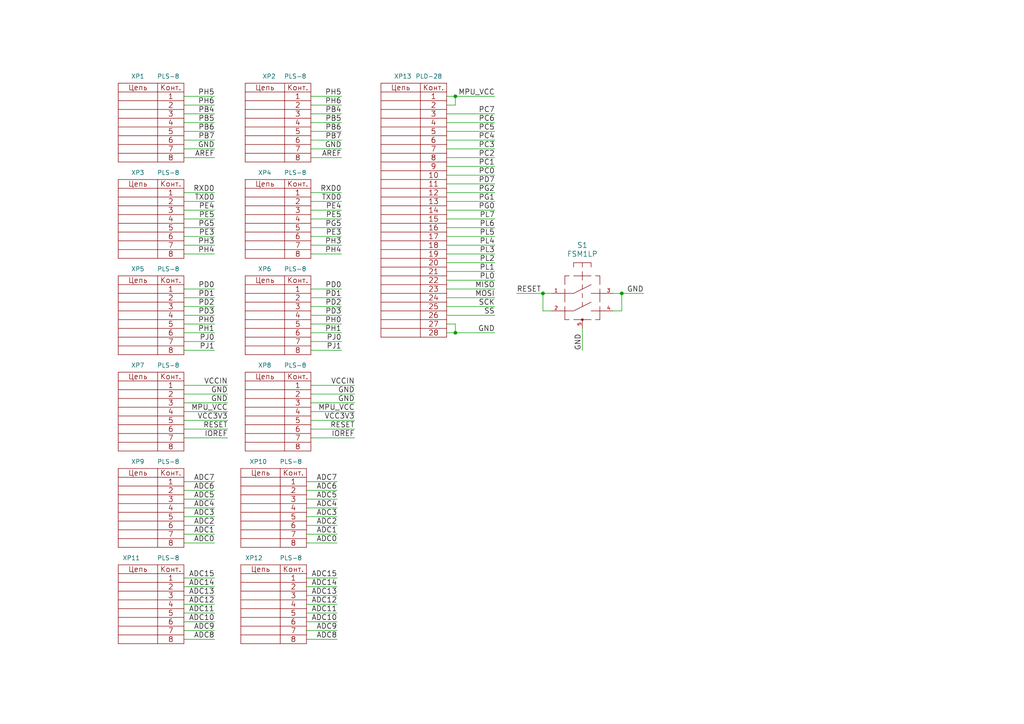
<source format=kicad_sch>
(kicad_sch (version 20211123) (generator eeschema)
  (paper "A4")
  (title_block (date "11 mar 2015"))
  (lib_symbols
    (symbol "LFbutton:button_smd_1" (pin_names (offset 1.016))
      (property "Reference" "S" (at 8.89 13.97 0))
      (property "Value" "button_smd_1" (at 8.89 11.43 0))
      (symbol "button_smd_1_0_1"
        (polyline (pts (xy 2.54 0) (xy 6.35 0)))
        (polyline (pts (xy 3.81 -7.62) (xy 5.08 -7.62)))
        (polyline (pts (xy 3.81 -3.81) (xy 3.81 -7.62)))
        (polyline (pts (xy 3.81 1.27) (xy 3.81 -2.54)))
        (polyline (pts (xy 3.81 2.54) (xy 3.81 5.08)))
        (polyline (pts (xy 3.81 5.08) (xy 5.08 5.08)))
        (polyline (pts (xy 6.35 -7.62) (xy 11.43 -7.62)))
        (polyline (pts (xy 6.35 0) (xy 11.43 2.54)))
        (polyline (pts (xy 6.35 5.08) (xy 11.43 5.08)))
        (polyline (pts (xy 6.35 8.89) (xy 6.35 7.62)))
        (polyline (pts (xy 8.89 -3.81) (xy 8.89 -2.54)))
        (polyline (pts (xy 8.89 -1.27) (xy 8.89 0)))
        (polyline (pts (xy 8.89 1.27) (xy 8.89 2.54)))
        (polyline (pts (xy 8.89 6.35) (xy 8.89 3.81)))
        (polyline (pts (xy 8.89 7.62) (xy 8.89 8.89)))
        (polyline (pts (xy 11.43 -5.08) (xy 15.24 -5.08)))
        (polyline (pts (xy 11.43 0) (xy 15.24 0)))
        (polyline (pts (xy 12.7 -7.62) (xy 13.97 -7.62)))
        (polyline (pts (xy 12.7 5.08) (xy 13.97 5.08)))
        (polyline (pts (xy 13.97 -3.81) (xy 13.97 -7.62)))
        (polyline (pts (xy 13.97 1.27) (xy 13.97 -2.54)))
        (polyline (pts (xy 13.97 2.54) (xy 13.97 5.08)))
        (polyline (pts (xy 2.54 -5.08) (xy 6.35 -5.08) (xy 11.43 -2.54)))
        (polyline (pts (xy 6.35 8.89) (xy 11.43 8.89) (xy 11.43 7.62)))
        (circle (center 8.89 -7.62) (radius 0.2794) (fill (type outline)))
      )
      (symbol "button_smd_1_1_1"
        (pin passive line (at 0 0 0) (length 2.54) (name "~") (number "1"))
        (pin passive line (at 0 -5.08 0) (length 2.54) (name "~") (number "2"))
        (pin passive line (at 17.78 0 180) (length 2.54) (name "~") (number "3"))
        (pin passive line (at 17.78 -5.08 180) (length 2.54) (name "~") (number "4"))
        (pin passive line (at 8.89 -10.16 90) (length 2.54) (name "~") (number "5"))
      )
    )
    (symbol "LFconnectors:connector_28pin_gost" (pin_numbers hide) (pin_names (offset 1.016) hide)
      (property "Reference" "X" (at 6.985 7.62 0))
      (property "Value" "connector_28pin_gost" (at -1.27 5.08 0))
      (symbol "connector_28pin_gost_0_0"
        (polyline (pts (xy 0 -69.85) (xy 19.05 -69.85)))
        (polyline (pts (xy 0 -64.77) (xy 19.05 -64.77)))
        (polyline (pts (xy 0 -62.23) (xy 19.05 -62.23)))
        (polyline (pts (xy 0 -59.69) (xy 19.05 -59.69)))
        (polyline (pts (xy 0 -57.15) (xy 19.05 -57.15)))
        (polyline (pts (xy 0 -52.07) (xy 19.05 -52.07)))
        (polyline (pts (xy 0 -49.53) (xy 19.05 -49.53)))
        (polyline (pts (xy 0 -48.26) (xy 0 -48.26)))
        (polyline (pts (xy 0 -46.99) (xy 19.05 -46.99)))
        (polyline (pts (xy 0 -44.45) (xy 19.05 -44.45)))
        (polyline (pts (xy 0 -41.91) (xy 19.05 -41.91)))
        (polyline (pts (xy 0 -36.83) (xy 19.05 -36.83)))
        (polyline (pts (xy 0 -35.56) (xy 0 -35.56)))
        (polyline (pts (xy 0 -34.29) (xy 19.05 -34.29)))
        (polyline (pts (xy 0 -31.75) (xy 19.05 -31.75)))
        (polyline (pts (xy 0 -29.21) (xy 19.05 -29.21)))
        (polyline (pts (xy 0 -24.13) (xy 19.05 -24.13)))
        (polyline (pts (xy 0 -22.86) (xy 0 -22.86)))
        (polyline (pts (xy 0 -21.59) (xy 19.05 -21.59)))
        (polyline (pts (xy 0 -19.05) (xy 19.05 -19.05)))
        (polyline (pts (xy 0 -16.51) (xy 19.05 -16.51)))
        (polyline (pts (xy 0 -11.43) (xy 19.05 -11.43)))
        (polyline (pts (xy 0 -10.16) (xy 0 -10.16)))
        (polyline (pts (xy 0 -8.89) (xy 19.05 -8.89)))
        (polyline (pts (xy 0 -6.35) (xy 19.05 -6.35)))
        (polyline (pts (xy 0 -3.81) (xy 19.05 -3.81)))
        (polyline (pts (xy 0 1.27) (xy 19.05 1.27)))
        (polyline (pts (xy 19.05 -67.31) (xy 0 -67.31)))
        (polyline (pts (xy 19.05 -54.61) (xy 0 -54.61)))
        (polyline (pts (xy 19.05 -39.37) (xy 0 -39.37)))
        (polyline (pts (xy 19.05 -26.67) (xy 0 -26.67)))
        (polyline (pts (xy 19.05 -13.97) (xy 0 -13.97)))
        (polyline (pts (xy 19.05 -1.27) (xy 0 -1.27)))
        (text "1" (at 3.81 0 0) (effects (font (size 1.524 1.524))))
        (text "10" (at 3.81 -22.86 0) (effects (font (size 1.524 1.524))))
        (text "11" (at 3.81 -25.4 0) (effects (font (size 1.524 1.524))))
        (text "12" (at 3.81 -27.94 0) (effects (font (size 1.524 1.524))))
        (text "13" (at 3.81 -30.48 0) (effects (font (size 1.524 1.524))))
        (text "14" (at 3.81 -33.02 0) (effects (font (size 1.524 1.524))))
        (text "15" (at 3.81 -35.56 0) (effects (font (size 1.524 1.524))))
        (text "16" (at 3.81 -38.1 0) (effects (font (size 1.524 1.524))))
        (text "17" (at 3.81 -40.64 0) (effects (font (size 1.524 1.524))))
        (text "18" (at 3.81 -43.18 0) (effects (font (size 1.524 1.524))))
        (text "19" (at 3.81 -45.72 0) (effects (font (size 1.524 1.524))))
        (text "2" (at 3.81 -2.54 0) (effects (font (size 1.524 1.524))))
        (text "20" (at 3.81 -48.26 0) (effects (font (size 1.524 1.524))))
        (text "21" (at 3.81 -50.8 0) (effects (font (size 1.524 1.524))))
        (text "22" (at 3.81 -53.34 0) (effects (font (size 1.524 1.524))))
        (text "23" (at 3.81 -55.88 0) (effects (font (size 1.524 1.524))))
        (text "24" (at 3.81 -58.42 0) (effects (font (size 1.524 1.524))))
        (text "25" (at 3.81 -60.96 0) (effects (font (size 1.524 1.524))))
        (text "26" (at 3.81 -63.5 0) (effects (font (size 1.524 1.524))))
        (text "27" (at 3.81 -66.04 0) (effects (font (size 1.524 1.524))))
        (text "28" (at 3.81 -68.58 0) (effects (font (size 1.524 1.524))))
        (text "3" (at 3.81 -5.08 0) (effects (font (size 1.524 1.524))))
        (text "4" (at 3.81 -7.62 0) (effects (font (size 1.524 1.524))))
        (text "5" (at 3.81 -10.16 0) (effects (font (size 1.524 1.524))))
        (text "6" (at 3.81 -12.7 0) (effects (font (size 1.524 1.524))))
        (text "7" (at 3.81 -15.24 0) (effects (font (size 1.524 1.524))))
        (text "8" (at 3.81 -17.78 0) (effects (font (size 1.524 1.524))))
        (text "9" (at 3.81 -20.32 0) (effects (font (size 1.524 1.524))))
        (text "Конт." (at 3.81 2.54 0) (effects (font (size 1.524 1.524))))
        (text "Цепь" (at 13.335 2.54 0) (effects (font (size 1.524 1.524))))
      )
      (symbol "connector_28pin_gost_0_1"
        (polyline (pts (xy 0 -69.85) (xy 0 3.81)))
        (polyline (pts (xy 0 3.81) (xy 19.05 3.81)))
        (polyline (pts (xy 7.62 -69.85) (xy 7.62 3.81)))
        (polyline (pts (xy 19.05 -69.85) (xy 19.05 3.81)))
      )
      (symbol "connector_28pin_gost_1_1"
        (pin passive line (at 0 0 0) (length 0) (name "~") (number "1"))
        (pin passive line (at 0 -22.86 0) (length 0) (name "~") (number "10"))
        (pin passive line (at 0 -25.4 0) (length 0) (name "~") (number "11"))
        (pin passive line (at 0 -27.94 0) (length 0) (name "~") (number "12"))
        (pin passive line (at 0 -30.48 0) (length 0) (name "~") (number "13"))
        (pin passive line (at 0 -33.02 0) (length 0) (name "~") (number "14"))
        (pin passive line (at 0 -35.56 0) (length 0) (name "~") (number "15"))
        (pin passive line (at 0 -38.1 0) (length 0) (name "~") (number "16"))
        (pin passive line (at 0 -40.64 0) (length 0) (name "~") (number "17"))
        (pin passive line (at 0 -43.18 0) (length 0) (name "~") (number "18"))
        (pin passive line (at 0 -45.72 0) (length 0) (name "~") (number "19"))
        (pin passive line (at 0 -2.54 0) (length 0) (name "~") (number "2"))
        (pin passive line (at 0 -48.26 0) (length 0) (name "~") (number "20"))
        (pin passive line (at 0 -50.8 0) (length 0) (name "~") (number "21"))
        (pin passive line (at 0 -53.34 0) (length 0) (name "~") (number "22"))
        (pin passive line (at 0 -55.88 0) (length 0) (name "~") (number "23"))
        (pin passive line (at 0 -58.42 0) (length 0) (name "~") (number "24"))
        (pin passive line (at 0 -60.96 0) (length 0) (name "~") (number "25"))
        (pin passive line (at 0 -63.5 0) (length 0) (name "~") (number "26"))
        (pin passive line (at 0 -66.04 0) (length 0) (name "~") (number "27"))
        (pin passive line (at 0 -68.58 0) (length 0) (name "~") (number "28"))
        (pin passive line (at 0 -5.08 0) (length 0) (name "~") (number "3"))
        (pin passive line (at 0 -7.62 0) (length 0) (name "~") (number "4"))
        (pin passive line (at 0 -10.16 0) (length 0) (name "~") (number "5"))
        (pin passive line (at 0 -12.7 0) (length 0) (name "~") (number "6"))
        (pin passive line (at 0 -15.24 0) (length 0) (name "~") (number "7"))
        (pin passive line (at 0 -17.78 0) (length 0) (name "~") (number "8"))
        (pin passive line (at 0 -20.32 0) (length 0) (name "~") (number "9"))
      )
    )
    (symbol "LFconnectors:connector_8pin_gost" (pin_numbers hide) (pin_names (offset 1.016) hide)
      (property "Reference" "X" (at 6.985 7.62 0))
      (property "Value" "connector_8pin_gost" (at -1.27 5.08 0))
      (symbol "connector_8pin_gost_0_0"
        (polyline (pts (xy 0 -19.05) (xy 0 3.81)))
        (polyline (pts (xy 0 -19.05) (xy 19.05 -19.05)))
        (polyline (pts (xy 0 -16.51) (xy 19.05 -16.51)))
        (polyline (pts (xy 0 -13.97) (xy 19.05 -13.97)))
        (polyline (pts (xy 0 -11.43) (xy 19.05 -11.43)))
        (polyline (pts (xy 0 -8.89) (xy 19.05 -8.89)))
        (polyline (pts (xy 0 -6.35) (xy 19.05 -6.35)))
        (polyline (pts (xy 0 -3.81) (xy 19.05 -3.81)))
        (polyline (pts (xy 0 1.27) (xy 19.05 1.27)))
        (polyline (pts (xy 7.62 3.81) (xy 7.62 -19.05)))
        (polyline (pts (xy 19.05 -1.27) (xy 0 -1.27)))
        (polyline (pts (xy 19.05 3.81) (xy 19.05 -19.05)))
        (text "1" (at 3.81 0 0) (effects (font (size 1.524 1.524))))
        (text "2" (at 3.81 -2.54 0) (effects (font (size 1.524 1.524))))
        (text "3" (at 3.81 -5.08 0) (effects (font (size 1.524 1.524))))
        (text "4" (at 3.81 -7.62 0) (effects (font (size 1.524 1.524))))
        (text "5" (at 3.81 -10.16 0) (effects (font (size 1.524 1.524))))
        (text "6" (at 3.81 -12.7 0) (effects (font (size 1.524 1.524))))
        (text "7" (at 3.81 -15.24 0) (effects (font (size 1.524 1.524))))
        (text "8" (at 3.81 -17.78 0) (effects (font (size 1.524 1.524))))
        (text "Конт." (at 3.81 2.54 0) (effects (font (size 1.524 1.524))))
        (text "Цепь" (at 13.335 2.54 0) (effects (font (size 1.524 1.524))))
      )
      (symbol "connector_8pin_gost_0_1"
        (polyline (pts (xy 0 3.81) (xy 19.05 3.81)))
      )
      (symbol "connector_8pin_gost_1_1"
        (pin passive line (at 0 0 0) (length 0) (name "~") (number "1"))
        (pin passive line (at 0 -2.54 0) (length 0) (name "~") (number "2"))
        (pin passive line (at 0 -5.08 0) (length 0) (name "~") (number "3"))
        (pin passive line (at 0 -7.62 0) (length 0) (name "~") (number "4"))
        (pin passive line (at 0 -10.16 0) (length 0) (name "~") (number "5"))
        (pin passive line (at 0 -12.7 0) (length 0) (name "~") (number "6"))
        (pin passive line (at 0 -15.24 0) (length 0) (name "~") (number "7"))
        (pin passive line (at 0 -17.78 0) (length 0) (name "~") (number "8"))
      )
    )
  )
  (junction (at 180.34 85.09))
  (junction (at 132.08 96.52))
  (junction (at 132.08 27.94))
  (junction (at 157.48 85.09))
  (wire (pts (xy 90.17 66.04) (xy 99.06 66.04)))
  (wire (pts (xy 53.34 111.76) (xy 66.04 111.76)))
  (wire (pts (xy 90.17 35.56) (xy 99.06 35.56)))
  (wire (pts (xy 90.17 86.36) (xy 99.06 86.36)))
  (wire (pts (xy 129.54 43.18) (xy 143.51 43.18)))
  (wire (pts (xy 53.34 116.84) (xy 66.04 116.84)))
  (wire (pts (xy 90.17 83.82) (xy 99.06 83.82)))
  (wire (pts (xy 90.17 38.1) (xy 99.06 38.1)))
  (wire (pts (xy 53.34 147.32) (xy 62.23 147.32)))
  (wire (pts (xy 129.54 63.5) (xy 143.51 63.5)))
  (wire (pts (xy 53.34 27.94) (xy 62.23 27.94)))
  (wire (pts (xy 88.9 147.32) (xy 97.79 147.32)))
  (wire (pts (xy 53.34 73.66) (xy 62.23 73.66)))
  (wire (pts (xy 90.17 119.38) (xy 102.87 119.38)))
  (wire (pts (xy 88.9 142.24) (xy 97.79 142.24)))
  (wire (pts (xy 53.34 182.88) (xy 62.23 182.88)))
  (wire (pts (xy 88.9 177.8) (xy 97.79 177.8)))
  (wire (pts (xy 88.9 175.26) (xy 97.79 175.26)))
  (wire (pts (xy 53.34 127) (xy 66.04 127)))
  (wire (pts (xy 129.54 38.1) (xy 143.51 38.1)))
  (wire (pts (xy 88.9 139.7) (xy 97.79 139.7)))
  (wire (pts (xy 53.34 86.36) (xy 62.23 86.36)))
  (wire (pts (xy 53.34 177.8) (xy 62.23 177.8)))
  (wire (pts (xy 129.54 91.44) (xy 143.51 91.44)))
  (wire (pts (xy 129.54 78.74) (xy 143.51 78.74)))
  (wire (pts (xy 53.34 35.56) (xy 62.23 35.56)))
  (wire (pts (xy 129.54 66.04) (xy 143.51 66.04)))
  (wire (pts (xy 129.54 81.28) (xy 143.51 81.28)))
  (wire (pts (xy 129.54 96.52) (xy 132.08 96.52)))
  (wire (pts (xy 90.17 127) (xy 102.87 127)))
  (wire (pts (xy 129.54 83.82) (xy 143.51 83.82)))
  (wire (pts (xy 129.54 76.2) (xy 143.51 76.2)))
  (wire (pts (xy 129.54 86.36) (xy 143.51 86.36)))
  (wire (pts (xy 129.54 50.8) (xy 143.51 50.8)))
  (wire (pts (xy 129.54 27.94) (xy 132.08 27.94)))
  (wire (pts (xy 53.34 144.78) (xy 62.23 144.78)))
  (wire (pts (xy 53.34 71.12) (xy 62.23 71.12)))
  (wire (pts (xy 53.34 33.02) (xy 62.23 33.02)))
  (wire (pts (xy 88.9 182.88) (xy 97.79 182.88)))
  (wire (pts (xy 53.34 66.04) (xy 62.23 66.04)))
  (wire (pts (xy 90.17 116.84) (xy 102.87 116.84)))
  (wire (pts (xy 90.17 40.64) (xy 99.06 40.64)))
  (wire (pts (xy 90.17 124.46) (xy 102.87 124.46)))
  (wire (pts (xy 90.17 101.6) (xy 99.06 101.6)))
  (wire (pts (xy 53.34 170.18) (xy 62.23 170.18)))
  (wire (pts (xy 53.34 124.46) (xy 66.04 124.46)))
  (wire (pts (xy 53.34 40.64) (xy 62.23 40.64)))
  (wire (pts (xy 129.54 35.56) (xy 143.51 35.56)))
  (wire (pts (xy 132.08 27.94) (xy 143.51 27.94)))
  (wire (pts (xy 180.34 90.17) (xy 177.8 90.17)))
  (wire (pts (xy 53.34 149.86) (xy 62.23 149.86)))
  (wire (pts (xy 53.34 58.42) (xy 62.23 58.42)))
  (wire (pts (xy 180.34 85.09) (xy 180.34 90.17)))
  (wire (pts (xy 53.34 91.44) (xy 62.23 91.44)))
  (wire (pts (xy 53.34 60.96) (xy 62.23 60.96)))
  (wire (pts (xy 53.34 30.48) (xy 62.23 30.48)))
  (wire (pts (xy 53.34 43.18) (xy 62.23 43.18)))
  (wire (pts (xy 90.17 71.12) (xy 99.06 71.12)))
  (wire (pts (xy 90.17 55.88) (xy 99.06 55.88)))
  (wire (pts (xy 132.08 93.98) (xy 132.08 96.52)))
  (wire (pts (xy 90.17 88.9) (xy 99.06 88.9)))
  (wire (pts (xy 129.54 45.72) (xy 143.51 45.72)))
  (wire (pts (xy 53.34 172.72) (xy 62.23 172.72)))
  (wire (pts (xy 90.17 43.18) (xy 99.06 43.18)))
  (wire (pts (xy 90.17 111.76) (xy 102.87 111.76)))
  (wire (pts (xy 149.86 85.09) (xy 157.48 85.09)))
  (wire (pts (xy 88.9 170.18) (xy 97.79 170.18)))
  (wire (pts (xy 53.34 139.7) (xy 62.23 139.7)))
  (wire (pts (xy 53.34 180.34) (xy 62.23 180.34)))
  (wire (pts (xy 88.9 144.78) (xy 97.79 144.78)))
  (wire (pts (xy 53.34 121.92) (xy 66.04 121.92)))
  (wire (pts (xy 129.54 68.58) (xy 143.51 68.58)))
  (wire (pts (xy 129.54 55.88) (xy 143.51 55.88)))
  (wire (pts (xy 90.17 58.42) (xy 99.06 58.42)))
  (wire (pts (xy 88.9 167.64) (xy 97.79 167.64)))
  (wire (pts (xy 53.34 63.5) (xy 62.23 63.5)))
  (wire (pts (xy 129.54 58.42) (xy 143.51 58.42)))
  (wire (pts (xy 90.17 73.66) (xy 99.06 73.66)))
  (wire (pts (xy 129.54 73.66) (xy 143.51 73.66)))
  (wire (pts (xy 90.17 60.96) (xy 99.06 60.96)))
  (wire (pts (xy 129.54 88.9) (xy 143.51 88.9)))
  (wire (pts (xy 90.17 68.58) (xy 99.06 68.58)))
  (wire (pts (xy 53.34 88.9) (xy 62.23 88.9)))
  (wire (pts (xy 53.34 142.24) (xy 62.23 142.24)))
  (wire (pts (xy 88.9 185.42) (xy 97.79 185.42)))
  (wire (pts (xy 53.34 175.26) (xy 62.23 175.26)))
  (wire (pts (xy 53.34 152.4) (xy 62.23 152.4)))
  (wire (pts (xy 53.34 45.72) (xy 62.23 45.72)))
  (wire (pts (xy 129.54 60.96) (xy 143.51 60.96)))
  (wire (pts (xy 53.34 93.98) (xy 62.23 93.98)))
  (wire (pts (xy 177.8 85.09) (xy 180.34 85.09)))
  (wire (pts (xy 157.48 85.09) (xy 160.02 85.09)))
  (wire (pts (xy 53.34 101.6) (xy 62.23 101.6)))
  (wire (pts (xy 90.17 91.44) (xy 99.06 91.44)))
  (wire (pts (xy 88.9 180.34) (xy 97.79 180.34)))
  (wire (pts (xy 90.17 121.92) (xy 102.87 121.92)))
  (wire (pts (xy 88.9 172.72) (xy 97.79 172.72)))
  (wire (pts (xy 90.17 93.98) (xy 99.06 93.98)))
  (wire (pts (xy 88.9 152.4) (xy 97.79 152.4)))
  (wire (pts (xy 90.17 63.5) (xy 99.06 63.5)))
  (wire (pts (xy 53.34 157.48) (xy 62.23 157.48)))
  (wire (pts (xy 129.54 71.12) (xy 143.51 71.12)))
  (wire (pts (xy 53.34 114.3) (xy 66.04 114.3)))
  (wire (pts (xy 90.17 33.02) (xy 99.06 33.02)))
  (wire (pts (xy 129.54 53.34) (xy 143.51 53.34)))
  (wire (pts (xy 53.34 55.88) (xy 62.23 55.88)))
  (wire (pts (xy 53.34 83.82) (xy 62.23 83.82)))
  (wire (pts (xy 129.54 48.26) (xy 143.51 48.26)))
  (wire (pts (xy 53.34 119.38) (xy 66.04 119.38)))
  (wire (pts (xy 157.48 90.17) (xy 157.48 85.09)))
  (wire (pts (xy 53.34 96.52) (xy 62.23 96.52)))
  (wire (pts (xy 90.17 45.72) (xy 99.06 45.72)))
  (wire (pts (xy 90.17 27.94) (xy 99.06 27.94)))
  (wire (pts (xy 90.17 99.06) (xy 99.06 99.06)))
  (wire (pts (xy 160.02 90.17) (xy 157.48 90.17)))
  (wire (pts (xy 129.54 93.98) (xy 132.08 93.98)))
  (wire (pts (xy 53.34 185.42) (xy 62.23 185.42)))
  (wire (pts (xy 88.9 157.48) (xy 97.79 157.48)))
  (wire (pts (xy 90.17 30.48) (xy 99.06 30.48)))
  (wire (pts (xy 168.91 95.25) (xy 168.91 101.6)))
  (wire (pts (xy 53.34 154.94) (xy 62.23 154.94)))
  (wire (pts (xy 132.08 30.48) (xy 132.08 27.94)))
  (wire (pts (xy 129.54 33.02) (xy 143.51 33.02)))
  (wire (pts (xy 90.17 114.3) (xy 102.87 114.3)))
  (wire (pts (xy 180.34 85.09) (xy 186.69 85.09)))
  (wire (pts (xy 88.9 154.94) (xy 97.79 154.94)))
  (wire (pts (xy 53.34 38.1) (xy 62.23 38.1)))
  (wire (pts (xy 90.17 96.52) (xy 99.06 96.52)))
  (wire (pts (xy 53.34 167.64) (xy 62.23 167.64)))
  (wire (pts (xy 53.34 99.06) (xy 62.23 99.06)))
  (wire (pts (xy 53.34 68.58) (xy 62.23 68.58)))
  (wire (pts (xy 129.54 30.48) (xy 132.08 30.48)))
  (wire (pts (xy 132.08 96.52) (xy 143.51 96.52)))
  (wire (pts (xy 88.9 149.86) (xy 97.79 149.86)))
  (wire (pts (xy 129.54 40.64) (xy 143.51 40.64)))
  (label "TXD0" (at 62.23 58.42 180) (effects (font (size 1.524 1.524))))
  (label "MPU_VCC" (at 66.04 119.38 180) (effects (font (size 1.524 1.524))))
  (label "GND" (at 99.06 43.18 180) (effects (font (size 1.524 1.524))))
  (label "ADC0" (at 97.79 157.48 180) (effects (font (size 1.524 1.524))))
  (label "PJ1" (at 62.23 101.6 180) (effects (font (size 1.524 1.524))))
  (label "RXD0" (at 62.23 55.88 180) (effects (font (size 1.524 1.524))))
  (label "GND" (at 168.91 101.6 90) (effects (font (size 1.524 1.524))))
  (label "GND" (at 186.69 85.09 180) (effects (font (size 1.524 1.524))))
  (label "ADC10" (at 62.23 180.34 180) (effects (font (size 1.524 1.524))))
  (label "PL7" (at 143.51 63.5 180) (effects (font (size 1.524 1.524))))
  (label "PD1" (at 62.23 86.36 180) (effects (font (size 1.524 1.524))))
  (label "PE4" (at 62.23 60.96 180) (effects (font (size 1.524 1.524))))
  (label "PD0" (at 99.06 83.82 180) (effects (font (size 1.524 1.524))))
  (label "PD7" (at 143.51 53.34 180) (effects (font (size 1.524 1.524))))
  (label "PB5" (at 99.06 35.56 180) (effects (font (size 1.524 1.524))))
  (label "ADC14" (at 62.23 170.18 180) (effects (font (size 1.524 1.524))))
  (label "ADC15" (at 97.79 167.64 180) (effects (font (size 1.524 1.524))))
  (label "PD2" (at 99.06 88.9 180) (effects (font (size 1.524 1.524))))
  (label "PH3" (at 99.06 71.12 180) (effects (font (size 1.524 1.524))))
  (label "PH1" (at 62.23 96.52 180) (effects (font (size 1.524 1.524))))
  (label "GND" (at 62.23 43.18 180) (effects (font (size 1.524 1.524))))
  (label "PL6" (at 143.51 66.04 180) (effects (font (size 1.524 1.524))))
  (label "PJ1" (at 99.06 101.6 180) (effects (font (size 1.524 1.524))))
  (label "TXD0" (at 99.06 58.42 180) (effects (font (size 1.524 1.524))))
  (label "PL2" (at 143.51 76.2 180) (effects (font (size 1.524 1.524))))
  (label "PC0" (at 143.51 50.8 180) (effects (font (size 1.524 1.524))))
  (label "PC3" (at 143.51 43.18 180) (effects (font (size 1.524 1.524))))
  (label "MPU_VCC" (at 102.87 119.38 180) (effects (font (size 1.524 1.524))))
  (label "ADC4" (at 97.79 147.32 180) (effects (font (size 1.524 1.524))))
  (label "ADC1" (at 62.23 154.94 180) (effects (font (size 1.524 1.524))))
  (label "ADC7" (at 97.79 139.7 180) (effects (font (size 1.524 1.524))))
  (label "PE5" (at 62.23 63.5 180) (effects (font (size 1.524 1.524))))
  (label "PD2" (at 62.23 88.9 180) (effects (font (size 1.524 1.524))))
  (label "RESET" (at 102.87 124.46 180) (effects (font (size 1.524 1.524))))
  (label "MPU_VCC" (at 143.51 27.94 180) (effects (font (size 1.524 1.524))))
  (label "ADC2" (at 97.79 152.4 180) (effects (font (size 1.524 1.524))))
  (label "VCC3V3" (at 66.04 121.92 180) (effects (font (size 1.524 1.524))))
  (label "PL1" (at 143.51 78.74 180) (effects (font (size 1.524 1.524))))
  (label "PD3" (at 62.23 91.44 180) (effects (font (size 1.524 1.524))))
  (label "PE4" (at 99.06 60.96 180) (effects (font (size 1.524 1.524))))
  (label "PB4" (at 99.06 33.02 180) (effects (font (size 1.524 1.524))))
  (label "GND" (at 102.87 116.84 180) (effects (font (size 1.524 1.524))))
  (label "PB5" (at 62.23 35.56 180) (effects (font (size 1.524 1.524))))
  (label "PH6" (at 99.06 30.48 180) (effects (font (size 1.524 1.524))))
  (label "ADC15" (at 62.23 167.64 180) (effects (font (size 1.524 1.524))))
  (label "ADC8" (at 97.79 185.42 180) (effects (font (size 1.524 1.524))))
  (label "RXD0" (at 99.06 55.88 180) (effects (font (size 1.524 1.524))))
  (label "PH4" (at 99.06 73.66 180) (effects (font (size 1.524 1.524))))
  (label "PL0" (at 143.51 81.28 180) (effects (font (size 1.524 1.524))))
  (label "PL4" (at 143.51 71.12 180) (effects (font (size 1.524 1.524))))
  (label "PD3" (at 99.06 91.44 180) (effects (font (size 1.524 1.524))))
  (label "ADC9" (at 62.23 182.88 180) (effects (font (size 1.524 1.524))))
  (label "RESET" (at 149.86 85.09 0) (effects (font (size 1.524 1.524))))
  (label "ADC3" (at 62.23 149.86 180) (effects (font (size 1.524 1.524))))
  (label "PB4" (at 62.23 33.02 180) (effects (font (size 1.524 1.524))))
  (label "ADC2" (at 62.23 152.4 180) (effects (font (size 1.524 1.524))))
  (label "AREF" (at 99.06 45.72 180) (effects (font (size 1.524 1.524))))
  (label "PG5" (at 99.06 66.04 180) (effects (font (size 1.524 1.524))))
  (label "PH0" (at 99.06 93.98 180) (effects (font (size 1.524 1.524))))
  (label "GND" (at 66.04 116.84 180) (effects (font (size 1.524 1.524))))
  (label "PB7" (at 62.23 40.64 180) (effects (font (size 1.524 1.524))))
  (label "ADC11" (at 97.79 177.8 180) (effects (font (size 1.524 1.524))))
  (label "PJ0" (at 99.06 99.06 180) (effects (font (size 1.524 1.524))))
  (label "ADC1" (at 97.79 154.94 180) (effects (font (size 1.524 1.524))))
  (label "PE3" (at 99.06 68.58 180) (effects (font (size 1.524 1.524))))
  (label "PH4" (at 62.23 73.66 180) (effects (font (size 1.524 1.524))))
  (label "PD1" (at 99.06 86.36 180) (effects (font (size 1.524 1.524))))
  (label "ADC13" (at 62.23 172.72 180) (effects (font (size 1.524 1.524))))
  (label "ADC5" (at 62.23 144.78 180) (effects (font (size 1.524 1.524))))
  (label "PB6" (at 62.23 38.1 180) (effects (font (size 1.524 1.524))))
  (label "PC6" (at 143.51 35.56 180) (effects (font (size 1.524 1.524))))
  (label "PE5" (at 99.06 63.5 180) (effects (font (size 1.524 1.524))))
  (label "PC5" (at 143.51 38.1 180) (effects (font (size 1.524 1.524))))
  (label "ADC7" (at 62.23 139.7 180) (effects (font (size 1.524 1.524))))
  (label "PH5" (at 62.23 27.94 180) (effects (font (size 1.524 1.524))))
  (label "ADC3" (at 97.79 149.86 180) (effects (font (size 1.524 1.524))))
  (label "GND" (at 66.04 114.3 180) (effects (font (size 1.524 1.524))))
  (label "PG5" (at 62.23 66.04 180) (effects (font (size 1.524 1.524))))
  (label "ADC0" (at 62.23 157.48 180) (effects (font (size 1.524 1.524))))
  (label "MOSI" (at 143.51 86.36 180) (effects (font (size 1.524 1.524))))
  (label "ADC11" (at 62.23 177.8 180) (effects (font (size 1.524 1.524))))
  (label "GND" (at 143.51 96.52 180) (effects (font (size 1.524 1.524))))
  (label "PB7" (at 99.06 40.64 180) (effects (font (size 1.524 1.524))))
  (label "ADC5" (at 97.79 144.78 180) (effects (font (size 1.524 1.524))))
  (label "ADC9" (at 97.79 182.88 180) (effects (font (size 1.524 1.524))))
  (label "PL3" (at 143.51 73.66 180) (effects (font (size 1.524 1.524))))
  (label "PH6" (at 62.23 30.48 180) (effects (font (size 1.524 1.524))))
  (label "VCCIN" (at 66.04 111.76 180) (effects (font (size 1.524 1.524))))
  (label "PL5" (at 143.51 68.58 180) (effects (font (size 1.524 1.524))))
  (label "PD0" (at 62.23 83.82 180) (effects (font (size 1.524 1.524))))
  (label "PC1" (at 143.51 48.26 180) (effects (font (size 1.524 1.524))))
  (label "PH5" (at 99.06 27.94 180) (effects (font (size 1.524 1.524))))
  (label "IOREF" (at 66.04 127 180) (effects (font (size 1.524 1.524))))
  (label "IOREF" (at 102.87 127 180) (effects (font (size 1.524 1.524))))
  (label "RESET" (at 66.04 124.46 180) (effects (font (size 1.524 1.524))))
  (label "SS" (at 143.51 91.44 180) (effects (font (size 1.524 1.524))))
  (label "PC2" (at 143.51 45.72 180) (effects (font (size 1.524 1.524))))
  (label "PG0" (at 143.51 60.96 180) (effects (font (size 1.524 1.524))))
  (label "VCCIN" (at 102.87 111.76 180) (effects (font (size 1.524 1.524))))
  (label "PC7" (at 143.51 33.02 180) (effects (font (size 1.524 1.524))))
  (label "ADC6" (at 62.23 142.24 180) (effects (font (size 1.524 1.524))))
  (label "PE3" (at 62.23 68.58 180) (effects (font (size 1.524 1.524))))
  (label "PH0" (at 62.23 93.98 180) (effects (font (size 1.524 1.524))))
  (label "SCK" (at 143.51 88.9 180) (effects (font (size 1.524 1.524))))
  (label "ADC13" (at 97.79 172.72 180) (effects (font (size 1.524 1.524))))
  (label "PC4" (at 143.51 40.64 180) (effects (font (size 1.524 1.524))))
  (label "PH1" (at 99.06 96.52 180) (effects (font (size 1.524 1.524))))
  (label "PH3" (at 62.23 71.12 180) (effects (font (size 1.524 1.524))))
  (label "ADC6" (at 97.79 142.24 180) (effects (font (size 1.524 1.524))))
  (label "AREF" (at 62.23 45.72 180) (effects (font (size 1.524 1.524))))
  (label "PB6" (at 99.06 38.1 180) (effects (font (size 1.524 1.524))))
  (label "PG1" (at 143.51 58.42 180) (effects (font (size 1.524 1.524))))
  (label "MISO" (at 143.51 83.82 180) (effects (font (size 1.524 1.524))))
  (label "ADC12" (at 62.23 175.26 180) (effects (font (size 1.524 1.524))))
  (label "PG2" (at 143.51 55.88 180) (effects (font (size 1.524 1.524))))
  (label "GND" (at 102.87 114.3 180) (effects (font (size 1.524 1.524))))
  (label "VCC3V3" (at 102.87 121.92 180) (effects (font (size 1.524 1.524))))
  (label "ADC14" (at 97.79 170.18 180) (effects (font (size 1.524 1.524))))
  (label "ADC8" (at 62.23 185.42 180) (effects (font (size 1.524 1.524))))
  (label "PJ0" (at 62.23 99.06 180) (effects (font (size 1.524 1.524))))
  (label "ADC4" (at 62.23 147.32 180) (effects (font (size 1.524 1.524))))
  (label "ADC12" (at 97.79 175.26 180) (effects (font (size 1.524 1.524))))
  (label "ADC10" (at 97.79 180.34 180) (effects (font (size 1.524 1.524))))
  (symbol (lib_id "LFconnectors:connector_8pin_gost") (at 53.34 27.94 0) (mirror y) (unit 1)
    (property "Reference" "XP1" (at 41.91 22.86 0) (effects (justify left bottom)))
    (property "Value" "PLS-8" (at 52.07 22.86 0) (effects (justify left bottom)))
    (property "Footprint" "IWconnectors:PIN_ARRAY_8x1" (effects hide))
  )
  (symbol (lib_id "LFconnectors:connector_8pin_gost") (at 90.17 27.94 0) (mirror y) (unit 1)
    (property "Reference" "XP2" (at 80.01 22.86 0) (effects (justify left bottom)))
    (property "Value" "PLS-8" (at 88.9 22.86 0) (effects (justify left bottom)))
    (property "Footprint" "IWconnectors:PIN_ARRAY_8x1" (effects hide))
  )
  (symbol (lib_id "LFconnectors:connector_8pin_gost") (at 53.34 55.88 0) (mirror y) (unit 1)
    (property "Reference" "XP3" (at 41.91 50.8 0) (effects (justify left bottom)))
    (property "Value" "PLS-8" (at 52.07 50.8 0) (effects (justify left bottom)))
    (property "Footprint" "IWconnectors:PIN_ARRAY_8x1" (effects hide))
  )
  (symbol (lib_id "LFconnectors:connector_8pin_gost") (at 90.17 55.88 0) (mirror y) (unit 1)
    (property "Reference" "XP4" (at 78.74 50.8 0) (effects (justify left bottom)))
    (property "Value" "PLS-8" (at 88.9 50.8 0) (effects (justify left bottom)))
    (property "Footprint" "IWconnectors:PIN_ARRAY_8x1" (effects hide))
  )
  (symbol (lib_id "LFconnectors:connector_8pin_gost") (at 53.34 83.82 0) (mirror y) (unit 1)
    (property "Reference" "XP5" (at 41.91 78.74 0) (effects (justify left bottom)))
    (property "Value" "PLS-8" (at 52.07 78.74 0) (effects (justify left bottom)))
    (property "Footprint" "IWconnectors:PIN_ARRAY_8x1" (effects hide))
  )
  (symbol (lib_id "LFconnectors:connector_8pin_gost") (at 90.17 83.82 0) (mirror y) (unit 1)
    (property "Reference" "XP6" (at 78.74 78.74 0) (effects (justify left bottom)))
    (property "Value" "PLS-8" (at 88.9 78.74 0) (effects (justify left bottom)))
    (property "Footprint" "IWconnectors:PIN_ARRAY_8x1" (effects hide))
  )
  (symbol (lib_id "LFbutton:button_smd_1") (at 160.02 85.09 0) (unit 1)
    (property "Reference" "S1" (at 168.91 71.12 0) (effects (font (size 1.524 1.524))))
    (property "Value" "FSM1LP" (at 168.91 73.66 0) (effects (font (size 1.524 1.524))))
    (property "Footprint" "IWsmd_case:SWD_BUTTON" (effects hide))
  )
  (symbol (lib_id "LFconnectors:connector_8pin_gost") (at 53.34 167.64 0) (mirror y) (unit 1)
    (property "Reference" "XP11" (at 40.64 162.56 0) (effects (justify left bottom)))
    (property "Value" "PLS-8" (at 52.07 162.56 0) (effects (justify left bottom)))
    (property "Footprint" "IWconnectors:PIN_ARRAY_8x1" (effects hide))
  )
  (symbol (lib_id "LFconnectors:connector_8pin_gost") (at 88.9 167.64 0) (mirror y) (unit 1)
    (property "Reference" "XP12" (at 76.2 162.56 0) (effects (justify left bottom)))
    (property "Value" "PLS-8" (at 87.63 162.56 0) (effects (justify left bottom)))
    (property "Footprint" "IWconnectors:PIN_ARRAY_8x1" (effects hide))
  )
  (symbol (lib_id "LFconnectors:connector_8pin_gost") (at 53.34 139.7 0) (mirror y) (unit 1)
    (property "Reference" "XP9" (at 41.91 134.62 0) (effects (justify left bottom)))
    (property "Value" "PLS-8" (at 52.07 134.62 0) (effects (justify left bottom)))
    (property "Footprint" "IWconnectors:PIN_ARRAY_8x1" (effects hide))
  )
  (symbol (lib_id "LFconnectors:connector_8pin_gost") (at 53.34 111.76 0) (mirror y) (unit 1)
    (property "Reference" "XP7" (at 41.91 106.68 0) (effects (justify left bottom)))
    (property "Value" "PLS-8" (at 52.07 106.68 0) (effects (justify left bottom)))
    (property "Footprint" "IWconnectors:PIN_ARRAY_8x1" (effects hide))
  )
  (symbol (lib_id "LFconnectors:connector_8pin_gost") (at 88.9 139.7 0) (mirror y) (unit 1)
    (property "Reference" "XP10" (at 77.47 134.62 0) (effects (justify left bottom)))
    (property "Value" "PLS-8" (at 87.63 134.62 0) (effects (justify left bottom)))
    (property "Footprint" "IWconnectors:PIN_ARRAY_8x1" (effects hide))
  )
  (symbol (lib_id "LFconnectors:connector_8pin_gost") (at 90.17 111.76 0) (mirror y) (unit 1)
    (property "Reference" "XP8" (at 78.74 106.68 0) (effects (justify left bottom)))
    (property "Value" "PLS-8" (at 88.9 106.68 0) (effects (justify left bottom)))
    (property "Footprint" "IWconnectors:PIN_ARRAY_8x1" (effects hide))
  )
  (symbol (lib_id "LFconnectors:connector_28pin_gost") (at 129.54 27.94 0) (mirror y) (unit 1)
    (property "Reference" "XP13" (at 119.38 22.86 0) (effects (justify left bottom)))
    (property "Value" "PLD-28" (at 128.27 22.86 0) (effects (justify left bottom)))
    (property "Footprint" "IWconnectors:PIN_ARRAY_14x2" (effects hide))
  )
)
</source>
